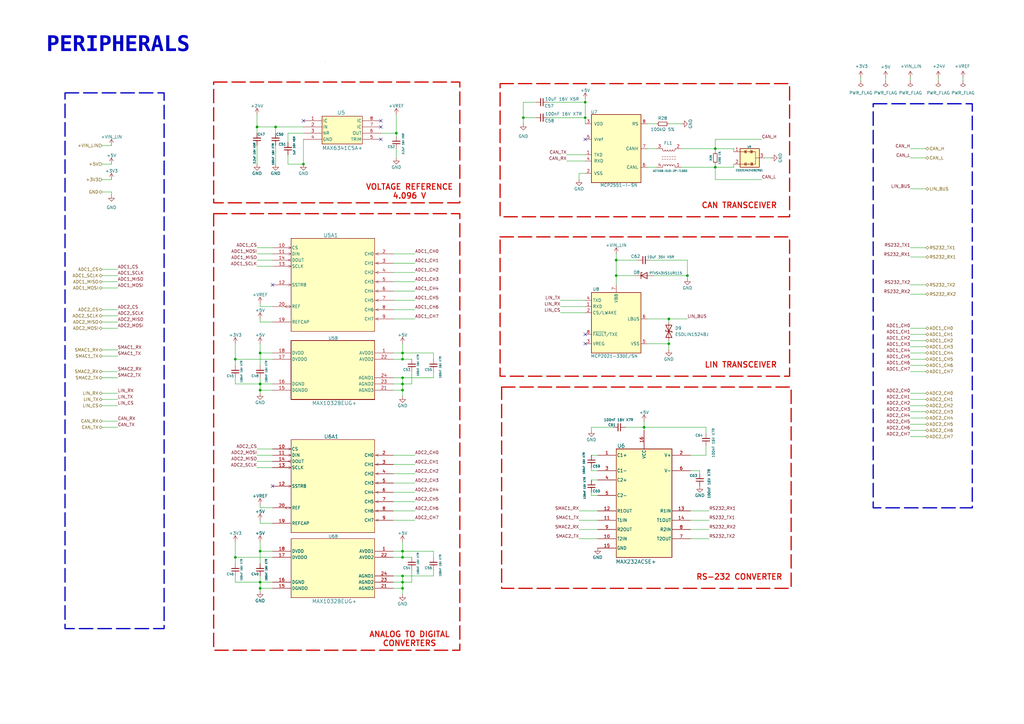
<source format=kicad_sch>
(kicad_sch (version 20250114) (generator "eeschema") (generator_version "9.0")
  (paper "A3")
  (title_block (title "KeyTestBox") (date "2023-10-15") (rev "V1.0") (comment 1 "Designer: Bruno Silva"))
  (lib_symbols
    (symbol "Device:C_Small" (pin_numbers (hide yes)) (pin_names (offset 0.254) (hide yes))
      (property "Reference" "C" (at 0.254 1.778 0))
      (property "Value" "C_Small" (at 0.254 -2.032 0))
      (symbol "C_Small_1_1"
        (pin passive line (at 0 2.54 270) (length 2.032) (name "~") (number "1"))
        (pin passive line (at 0 -2.54 90) (length 2.032) (name "~") (number "2"))
      )
    )
    (symbol "Device:L_Ferrite_Coupled" (pin_names (offset 0.254) (hide yes))
      (property "Reference" "FL1" (at -0.254 7.366 0))
      (property "Value" "ACT45B-510-2P-TL003" (at 0.508 -4.064 0))
      (symbol "L_Ferrite_Coupled_1_1"
        (pin passive line (at -5.08 5.08 0) (length 2.54) (name "3") (number "3"))
        (pin passive line (at -5.08 -2.54 0) (length 2.54) (name "4") (number "4"))
        (pin passive line (at 5.08 5.08 180) (length 2.54) (name "2") (number "2"))
        (pin passive line (at 5.08 -2.54 180) (length 2.54) (name "1") (number "1"))
      )
    )
    (symbol "Device:R_Small" (pin_numbers (hide yes)) (pin_names (offset 0.254) (hide yes))
      (property "Reference" "R" (at 0.762 0.508 0))
      (property "Value" "R_Small" (at 0.762 -1.016 0))
      (symbol "R_Small_1_1"
        (pin passive line (at 0 2.54 270) (length 0.762) (name "~") (number "1"))
        (pin passive line (at 0 -2.54 90) (length 0.762) (name "~") (number "2"))
      )
    )
    (symbol "Diode:PTVS5V0Z1USK" (pin_numbers (hide yes)) (pin_names (hide yes))
      (property "Reference" "D" (at 0 2.54 0))
      (property "Value" "PTVS5V0Z1USK" (at 0 -2.54 0))
      (symbol "PTVS5V0Z1USK_1_1"
        (pin passive line (at -3.81 0 0) (length 2.54) (name "K") (number "1"))
        (pin passive line (at 3.81 0 180) (length 2.54) (name "A") (number "2"))
      )
    )
    (symbol "Diode:SM15T6V8CA" (pin_numbers (hide yes)) (pin_names (offset 1.016) (hide yes))
      (property "Reference" "D" (at 0 2.54 0))
      (property "Value" "SM15T6V8CA" (at 0 -2.54 0))
      (symbol "SM15T6V8CA_1_1"
        (pin passive line (at -3.81 0 0) (length 2.54) (name "A1") (number "1"))
        (pin passive line (at 3.81 0 180) (length 2.54) (name "A2") (number "2"))
      )
    )
    (symbol "GND_1" (power) (pin_numbers (hide yes)) (pin_names (offset 0) (hide yes))
      (property "Value" "GND" (at 0 -3.81 0))
      (symbol "GND_1_1_1"
        (pin power_in line (at 0 0 270) (length 0) (name "~") (number "1"))
      )
    )
    (symbol "GND_2" (power) (pin_numbers (hide yes)) (pin_names (offset 0) (hide yes))
      (property "Value" "GND" (at 0 -3.81 0))
      (symbol "GND_2_1_1"
        (pin power_in line (at 0 0 270) (length 0) (name "~") (number "1"))
      )
    )
    (symbol "Interface_CAN_LIN:MCP2021A-xxxxSN"
      (property "Reference" "U9" (at -12.192 18.542 0))
      (property "Value" "MCP2021-330E/SN" (at -12.954 -8.89 0))
      (symbol "MCP2021A-xxxxSN_1_1"
        (pin input line (at -15.24 13.97 0) (length 2.54) (name "TXD") (number "4"))
        (pin output line (at -15.24 11.43 0) (length 2.54) (name "RXD") (number "1"))
        (pin input line (at -15.24 8.89 0) (length 2.54) (name "CS/LWAKE") (number "2"))
        (pin open_collector line (at -15.24 0 0) (length 2.54) (name "~{FAULT}/TXE") (number "8"))
        (pin power_out line (at -15.24 -3.81 0) (length 2.54) (name "VREG") (number "3"))
        (pin power_in line (at -2.54 20.32 270) (length 3.048) (name "VBB") (number "7"))
        (pin open_collector line (at 10.16 6.35 180) (length 2.54) (name "LBUS") (number "6"))
        (pin power_in line (at 10.16 -3.81 180) (length 2.54) (name "VSS") (number "5"))
      )
    )
    (symbol "Interface_CAN_LIN:MCP2551-I-SN" (pin_names (offset 1.016))
      (property "Reference" "U8" (at -10.414 21.336 0))
      (property "Value" "MCP2551-I-SN" (at -6.604 -8.636 0))
      (symbol "MCP2551-I-SN_1_1"
        (pin power_in line (at -12.7 16.51 0) (length 2.54) (name "VDD") (number "3"))
        (pin power_out line (at -12.7 10.16 0) (length 2.54) (name "Vref") (number "5"))
        (pin input line (at -12.7 3.81 0) (length 2.54) (name "TXD") (number "1"))
        (pin output line (at -12.7 1.27 0) (length 2.54) (name "RXD") (number "4"))
        (pin power_in line (at -12.7 -3.81 0) (length 2.54) (name "VSS") (number "2"))
        (pin input line (at 12.7 16.51 180) (length 2.54) (name "RS") (number "8"))
        (pin bidirectional line (at 12.7 6.35 180) (length 2.54) (name "CANH") (number "7"))
        (pin bidirectional line (at 12.7 -1.27 180) (length 2.54) (name "CANL") (number "6"))
      )
    )
    (symbol "MAX1032BEUG+:max1032beug+" (pin_names (offset 0.254))
      (property "Reference" "U6A" (at 34.29 8.89 0))
      (symbol "max1032beug+_0_1"
        (pin input line (at 10.16 1.27 0) (length 7.62) (name "DIN") (number "11"))
        (pin output line (at 10.16 -1.27 0) (length 7.62) (name "DOUT") (number "14"))
        (pin input line (at 10.16 -3.81 0) (length 7.62) (name "SCLK") (number "13"))
        (pin output line (at 10.16 -11.43 0) (length 7.62) (name "SSTRB") (number "12"))
        (pin bidirectional line (at 10.16 -20.32 0) (length 7.62) (name "REF") (number "20"))
        (pin unspecified line (at 10.16 -26.67 0) (length 7.62) (name "REFCAP") (number "19"))
        (pin power_in line (at 10.16 -38.1 0) (length 7.62) (name "DVDD") (number "18"))
        (pin power_in line (at 10.16 -40.64 0) (length 7.62) (name "DVDDO") (number "17"))
        (pin power_in line (at 10.16 -50.8 0) (length 7.62) (name "DGND") (number "16"))
        (pin power_in line (at 10.16 -53.34 0) (length 7.62) (name "DGNDO") (number "15"))
        (pin input line (at 59.69 1.27 180) (length 7.62) (name "CH0") (number "2"))
        (pin input line (at 59.69 -2.54 180) (length 7.62) (name "CH1") (number "3"))
        (pin input line (at 59.69 -6.35 180) (length 7.62) (name "CH2") (number "4"))
        (pin input line (at 59.69 -10.16 180) (length 7.62) (name "CH3") (number "5"))
        (pin input line (at 59.69 -13.97 180) (length 7.62) (name "CH4") (number "6"))
        (pin input line (at 59.69 -17.78 180) (length 7.62) (name "CH5") (number "7"))
        (pin input line (at 59.69 -21.59 180) (length 7.62) (name "CH6") (number "8"))
        (pin input line (at 59.69 -25.4 180) (length 7.62) (name "CH7") (number "9"))
        (pin power_in line (at 59.69 -38.1 180) (length 7.62) (name "AVDD1") (number "1"))
        (pin power_in line (at 59.69 -40.64 180) (length 7.62) (name "AVDD2") (number "22"))
        (pin power_in line (at 59.69 -48.26 180) (length 7.62) (name "AGND1") (number "24"))
        (pin power_in line (at 59.69 -50.8 180) (length 7.62) (name "AGND2") (number "23"))
        (pin power_in line (at 59.69 -53.34 180) (length 7.62) (name "AGND3") (number "21"))
      )
      (symbol "max1032beug+_1_1"
        (text "U6B" (at 35.052 -32.004 0) (effects (font (size 1.27 1.27))))
        (text "MAX1032BEUG+" (at 35.56 -58.674 0) (effects (font (size 1.524 1.524))))
        (pin input line (at 10.16 3.81 0) (length 7.62) (name "CS") (number "10"))
      )
    )
    (symbol "MAX232A:MAX232ACSE+" (pin_names (offset 0.254))
      (property "Reference" "U10" (at 9.652 6.35 0))
      (property "Value" "MAX232ACSE+" (at 15.748 -41.148 0))
      (symbol "MAX232ACSE+_0_1"
        (pin unspecified line (at 0 2.54 0) (length 7.62) (name "C1+") (number "1"))
        (pin unspecified line (at 0 -3.81 0) (length 7.62) (name "C1-") (number "3"))
        (pin unspecified line (at 0 -7.62 0) (length 7.62) (name "C2+") (number "4"))
        (pin unspecified line (at 0 -13.97 0) (length 7.62) (name "C2-") (number "5"))
        (pin output line (at 0 -20.32 0) (length 7.62) (name "R1OUT") (number "12"))
        (pin input line (at 0 -24.13 0) (length 7.62) (name "T1IN") (number "11"))
        (pin output line (at 0 -27.94 0) (length 7.62) (name "R2OUT") (number "9"))
        (pin input line (at 0 -31.75 0) (length 7.62) (name "T2IN") (number "10"))
        (pin power_in line (at 0 -35.56 0) (length 7.62) (name "GND") (number "15"))
        (pin power_in line (at 19.05 12.7 270) (length 7.62) (name "VCC") (number "16"))
        (pin input line (at 38.1 -20.32 180) (length 7.62) (name "R1IN") (number "13"))
        (pin output line (at 38.1 -24.13 180) (length 7.62) (name "T1OUT") (number "14"))
        (pin input line (at 38.1 -27.94 180) (length 7.62) (name "R2IN") (number "8"))
        (pin output line (at 38.1 -31.75 180) (length 7.62) (name "T2OUT") (number "7"))
      )
      (symbol "MAX232ACSE+_1_1"
        (pin passive line (at 38.1 2.54 180) (length 7.62) (name "V+") (number "2"))
        (pin passive line (at 38.1 -3.81 180) (length 7.62) (name "V-") (number "6"))
      )
    )
    (symbol "MAX6341CSA+:MAX6341CSA+" (pin_names (offset 0.254))
      (property "Reference" "U7" (at 15.494 3.302 0))
      (property "Value" "MAX6341CSA+" (at 16.002 -11.176 0))
      (symbol "MAX6341CSA+_0_1"
        (pin unspecified line (at 0 0 0) (length 7.62) (name "IC") (number "1"))
        (pin input line (at 0 -2.54 0) (length 7.62) (name "IN") (number "2"))
        (pin unspecified line (at 0 -5.08 0) (length 7.62) (name "NR") (number "3"))
        (pin power_in line (at 0 -7.62 0) (length 7.62) (name "GND") (number "4"))
        (pin unspecified line (at 31.75 0 180) (length 7.62) (name "IC") (number "8"))
        (pin unspecified line (at 31.75 -2.54 180) (length 7.62) (name "IC") (number "7"))
        (pin input line (at 31.75 -7.62 180) (length 7.62) (name "TRIM") (number "5"))
      )
      (symbol "MAX6341CSA+_1_1"
        (pin power_in line (at 31.75 -5.08 180) (length 7.62) (name "OUT") (number "6"))
      )
    )
    (symbol "Power_Protection:NUP2202"
      (property "Reference" "U5" (at 1.524 5.842 0))
      (property "Value" "NUP2202" (at 0 -4.318 0))
      (symbol "NUP2202_1_1"
        (pin passive line (at -7.62 3.81 0) (length 2.54) (name "") (number "1"))
        (pin passive line (at -7.62 -1.27 0) (length 2.54) (name "") (number "2"))
        (pin passive line (at 5.08 1.27 180) (length 2.54) (name "") (number "3"))
      )
    )
    (symbol "max1032beug+_1" (pin_names (offset 0.254))
      (property "Reference" "U5A" (at 23.876 7.62 0))
      (symbol "max1032beug+_1_0_1"
        (pin input line (at 0 0 0) (length 7.62) (name "DIN") (number "11"))
        (pin output line (at 0 -2.54 0) (length 7.62) (name "DOUT") (number "14"))
        (pin input line (at 0 -5.08 0) (length 7.62) (name "SCLK") (number "13"))
        (pin output line (at 0 -12.7 0) (length 7.62) (name "SSTRB") (number "12"))
        (pin bidirectional line (at 0 -21.59 0) (length 7.62) (name "REF") (number "20"))
        (pin unspecified line (at 0 -27.94 0) (length 7.62) (name "REFCAP") (number "19"))
        (pin power_in line (at 0 -40.64 0) (length 7.62) (name "DVDD") (number "18"))
        (pin power_in line (at 0 -43.18 0) (length 7.62) (name "DVDDO") (number "17"))
        (pin power_in line (at 0 -53.34 0) (length 7.62) (name "DGND") (number "16"))
        (pin power_in line (at 0 -55.88 0) (length 7.62) (name "DGNDO") (number "15"))
        (pin input line (at 49.53 0 180) (length 7.62) (name "CH0") (number "2"))
        (pin input line (at 49.53 -3.81 180) (length 7.62) (name "CH1") (number "3"))
        (pin input line (at 49.53 -7.62 180) (length 7.62) (name "CH2") (number "4"))
        (pin input line (at 49.53 -11.43 180) (length 7.62) (name "CH3") (number "5"))
        (pin input line (at 49.53 -15.24 180) (length 7.62) (name "CH4") (number "6"))
        (pin input line (at 49.53 -19.05 180) (length 7.62) (name "CH5") (number "7"))
        (pin input line (at 49.53 -22.86 180) (length 7.62) (name "CH6") (number "8"))
        (pin input line (at 49.53 -26.67 180) (length 7.62) (name "CH7") (number "9"))
        (pin power_in line (at 49.53 -40.64 180) (length 7.62) (name "AVDD1") (number "1"))
        (pin power_in line (at 49.53 -43.18 180) (length 7.62) (name "AVDD2") (number "22"))
        (pin power_in line (at 49.53 -50.8 180) (length 7.62) (name "AGND1") (number "24"))
        (pin power_in line (at 49.53 -53.34 180) (length 7.62) (name "AGND2") (number "23"))
        (pin power_in line (at 49.53 -55.88 180) (length 7.62) (name "AGND3") (number "21"))
      )
      (symbol "max1032beug+_1_1_1"
        (text "U5B" (at 24.892 -34.544 0) (effects (font (size 1.27 1.27))))
        (text "MAX1032BEUG+" (at 25.4 -61.214 0) (effects (font (size 1.524 1.524))))
        (pin input line (at 0 2.54 0) (length 7.62) (name "CS") (number "10"))
      )
    )
    (symbol "power:+24V" (power) (pin_names (offset 0))
      (property "Value" "+24V" (at 0 3.556 0))
      (symbol "+24V_1_1"
        (pin power_in line (at 0 0 90) (length 0) (hide yes) (name "+24V") (number "1"))
      )
    )
    (symbol "power:+3.3V" (power) (pin_names (offset 0))
      (property "Value" "+3.3V" (at 0 3.556 0))
      (symbol "+3.3V_1_1"
        (pin power_in line (at 0 0 90) (length 0) (hide yes) (name "+3.3V") (number "1"))
      )
    )
    (symbol "power:+3V3" (power) (pin_numbers (hide yes)) (pin_names (offset 0) (hide yes))
      (property "Value" "+3V3" (at 0 3.556 0))
      (symbol "+3V3_1_1"
        (pin power_in line (at 0 0 90) (length 0) (name "~") (number "1"))
      )
    )
    (symbol "power:+5V" (power) (pin_numbers (hide yes)) (pin_names (offset 0) (hide yes))
      (property "Value" "+5V" (at 0 3.556 0))
      (symbol "+5V_1_1"
        (pin power_in line (at 0 0 90) (length 0) (name "~") (number "1"))
      )
    )
    (symbol "power:GND" (power) (pin_names (offset 0))
      (property "Value" "GND" (at 0 -3.81 0))
      (symbol "GND_1_1"
        (pin power_in line (at 0 0 270) (length 0) (hide yes) (name "GND") (number "1"))
      )
    )
    (symbol "power:PWR_FLAG" (power) (pin_numbers (hide yes)) (pin_names (offset 0) (hide yes))
      (property "Value" "PWR_FLAG" (at 0 3.81 0))
      (symbol "PWR_FLAG_0_0"
        (pin power_out line (at 0 0 90) (length 0) (name "~") (number "1"))
      )
    )
  )
  (rectangle (start 205.105 97.155) (end 323.85 154.305) (stroke (width 0.5) (type dash) (color 209 7 0 1)))
  (rectangle (start 205.74 158.75) (end 324.485 241.3) (stroke (width 0.5) (type dash) (color 209 7 0 1)))
  (rectangle (start 26.67 38.1) (end 67.31 257.81) (stroke (width 0.508) (type dash)))
  (rectangle (start 358.14 42.545) (end 398.78 208.28) (stroke (width 0.508) (type dash)))
  (rectangle (start 205.105 34.29) (end 323.85 88.9) (stroke (width 0.5) (type dash) (color 209 7 0 1)))
  (rectangle (start 87.63 33.655) (end 188.595 83.185) (stroke (width 0.5) (type dash) (color 209 7 0 1)))
  (rectangle (start 87.63 87.63) (end 188.595 266.7) (stroke (width 0.5) (type dash) (color 209 7 0 1)))
  (text "PERIPHERALS" (at 19.05 23.876 0) (effects (font (size 6.35 6.35) (thickness 0.6) (bold yes)) (justify left bottom)))
  (text_box "VOLTAGE REFERENCE\n4.096 V" (at 147.32 73.66 0) (size 41.275 9.525) (margins 0.9 0.9 0.9 0.9) (stroke (width -0.0001)) (effects (font (size 2.286 2.286) (thickness 0.4) (bold yes))))
  (text_box "ANALOG TO DIGITAL CONVERTERS" (at 147.32 257.175 0) (size 41.275 9.525) (margins 0.9 0.9 0.9 0.9) (stroke (width -0.0001)) (effects (font (size 2.286 2.286) (thickness 0.4) (bold yes))))
  (text_box "LIN TRANSCEIVER" (at 283.21 144.78 0) (size 41.275 9.525) (margins 0.9 0.9 0.9 0.9) (stroke (width -0.0001)) (effects (font (size 2.286 2.286) (thickness 0.4) (bold yes))))
  (text_box "RS-232 CONVERTER" (at 282.575 231.775 0) (size 41.275 9.525) (margins 0.9 0.9 0.9 0.9) (stroke (width -0.0001)) (effects (font (size 2.286 2.286) (thickness 0.4) (bold yes))))
  (text_box "CAN TRANSCEIVER" (at 282.575 79.375 0) (size 41.275 9.525) (margins 0.9 0.9 0.9 0.9) (stroke (width -0.0001)) (effects (font (size 2.286 2.286) (thickness 0.4) (bold yes))))
  (junction (at 124.46 67.31))
  (junction (at 165.1 144.78))
  (junction (at 293.37 68.58))
  (junction (at 106.68 226.06))
  (junction (at 106.68 144.78))
  (junction (at 165.1 154.94))
  (junction (at 274.32 130.81))
  (junction (at 264.16 175.26))
  (junction (at 96.52 228.6))
  (junction (at 165.1 241.3))
  (junction (at 165.1 228.6))
  (junction (at 281.94 113.03))
  (junction (at 96.52 147.32))
  (junction (at 113.03 52.07))
  (junction (at 214.63 48.26))
  (junction (at 105.41 52.07))
  (junction (at 240.03 41.91))
  (junction (at 165.1 226.06))
  (junction (at 165.1 147.32))
  (junction (at 252.73 106.68))
  (junction (at 252.73 113.03))
  (junction (at 162.56 54.61))
  (junction (at 106.68 238.76))
  (junction (at 106.68 241.3))
  (junction (at 106.68 160.02))
  (junction (at 106.68 157.48))
  (junction (at 293.37 60.96))
  (junction (at 165.1 238.76))
  (junction (at 165.1 160.02))
  (junction (at 274.32 140.97))
  (junction (at 165.1 157.48))
  (junction (at 165.1 236.22))
  (junction (at 240.03 48.26))
  (no_connect (at 111.76 199.39))
  (no_connect (at 240.03 137.16))
  (no_connect (at 156.21 52.07))
  (no_connect (at 124.46 49.53))
  (no_connect (at 240.03 57.15))
  (no_connect (at 156.21 57.15))
  (no_connect (at 240.03 140.97))
  (no_connect (at 111.76 116.84))
  (no_connect (at 156.21 49.53))
  (wire (pts (xy 161.29 147.32) (xy 165.1 147.32)))
  (wire (pts (xy 48.26 152.4) (xy 41.91 152.4)))
  (wire (pts (xy 106.68 213.36) (xy 106.68 214.63)))
  (wire (pts (xy 48.26 163.83) (xy 41.91 163.83)))
  (wire (pts (xy 289.56 186.69) (xy 283.21 186.69)))
  (wire (pts (xy 214.63 48.26) (xy 214.63 50.8)))
  (wire (pts (xy 281.94 114.3) (xy 281.94 113.03)))
  (wire (pts (xy 224.79 48.26) (xy 240.03 48.26)))
  (wire (pts (xy 373.38 163.83) (xy 379.73 163.83)))
  (wire (pts (xy 252.73 106.68) (xy 252.73 104.14)))
  (wire (pts (xy 177.8 154.94) (xy 177.8 152.4)))
  (wire (pts (xy 274.32 140.97) (xy 265.43 140.97)))
  (wire (pts (xy 105.41 52.07) (xy 113.03 52.07)))
  (wire (pts (xy 373.38 171.45) (xy 379.73 171.45)))
  (wire (pts (xy 229.87 128.27) (xy 240.03 128.27)))
  (wire (pts (xy 48.26 166.37) (xy 41.91 166.37)))
  (wire (pts (xy 170.18 127) (xy 161.29 127)))
  (wire (pts (xy 279.4 60.96) (xy 293.37 60.96)))
  (wire (pts (xy 373.38 134.62) (xy 379.73 134.62)))
  (wire (pts (xy 165.1 160.02) (xy 165.1 157.48)))
  (wire (pts (xy 113.03 52.07) (xy 124.46 52.07)))
  (wire (pts (xy 373.38 161.29) (xy 379.73 161.29)))
  (wire (pts (xy 170.18 115.57) (xy 161.29 115.57)))
  (wire (pts (xy 106.68 241.3) (xy 111.76 241.3)))
  (wire (pts (xy 170.18 119.38) (xy 161.29 119.38)))
  (wire (pts (xy 106.68 208.28) (xy 111.76 208.28)))
  (wire (pts (xy 168.91 233.68) (xy 168.91 238.76)))
  (wire (pts (xy 170.18 104.14) (xy 161.29 104.14)))
  (wire (pts (xy 48.26 110.49) (xy 41.91 110.49)))
  (wire (pts (xy 106.68 154.94) (xy 106.68 157.48)))
  (wire (pts (xy 300.99 67.31) (xy 300.99 68.58)))
  (wire (pts (xy 105.41 189.23) (xy 111.76 189.23)))
  (wire (pts (xy 170.18 123.19) (xy 161.29 123.19)))
  (wire (pts (xy 170.18 107.95) (xy 161.29 107.95)))
  (wire (pts (xy 373.38 64.77) (xy 379.73 64.77)))
  (wire (pts (xy 106.68 207.01) (xy 106.68 208.28)))
  (wire (pts (xy 384.81 33.02) (xy 384.81 31.75)))
  (wire (pts (xy 96.52 228.6) (xy 111.76 228.6)))
  (wire (pts (xy 242.57 201.93) (xy 242.57 203.2)))
  (wire (pts (xy 41.91 73.66) (xy 45.72 73.66)))
  (wire (pts (xy 373.38 166.37) (xy 379.73 166.37)))
  (wire (pts (xy 373.38 116.84) (xy 379.73 116.84)))
  (wire (pts (xy 265.43 130.81) (xy 274.32 130.81)))
  (wire (pts (xy 232.41 66.04) (xy 240.03 66.04)))
  (wire (pts (xy 274.32 139.7) (xy 274.32 140.97)))
  (wire (pts (xy 274.32 50.8) (xy 279.4 50.8)))
  (wire (pts (xy 168.91 238.76) (xy 165.1 238.76)))
  (wire (pts (xy 281.94 113.03) (xy 281.94 106.68)))
  (wire (pts (xy 373.38 147.32) (xy 379.73 147.32)))
  (wire (pts (xy 373.38 60.96) (xy 379.73 60.96)))
  (wire (pts (xy 170.18 190.5) (xy 161.29 190.5)))
  (wire (pts (xy 293.37 57.15) (xy 293.37 60.96)))
  (wire (pts (xy 300.99 68.58) (xy 293.37 68.58)))
  (wire (pts (xy 394.97 33.02) (xy 394.97 31.75)))
  (wire (pts (xy 106.68 236.22) (xy 106.68 238.76)))
  (wire (pts (xy 106.68 226.06) (xy 111.76 226.06)))
  (wire (pts (xy 168.91 157.48) (xy 165.1 157.48)))
  (wire (pts (xy 170.18 209.55) (xy 161.29 209.55)))
  (wire (pts (xy 106.68 214.63) (xy 111.76 214.63)))
  (wire (pts (xy 118.11 63.5) (xy 118.11 67.31)))
  (wire (pts (xy 214.63 41.91) (xy 214.63 48.26)))
  (wire (pts (xy 106.68 160.02) (xy 111.76 160.02)))
  (wire (pts (xy 242.57 203.2) (xy 245.11 203.2)))
  (wire (pts (xy 105.41 191.77) (xy 111.76 191.77)))
  (wire (pts (xy 106.68 242.57) (xy 106.68 241.3)))
  (wire (pts (xy 237.49 220.98) (xy 245.11 220.98)))
  (wire (pts (xy 242.57 196.85) (xy 245.11 196.85)))
  (wire (pts (xy 170.18 205.74) (xy 161.29 205.74)))
  (wire (pts (xy 113.03 59.69) (xy 113.03 67.31)))
  (wire (pts (xy 240.03 40.64) (xy 240.03 41.91)))
  (wire (pts (xy 168.91 152.4) (xy 168.91 157.48)))
  (wire (pts (xy 373.38 77.47) (xy 379.73 77.47)))
  (wire (pts (xy 165.1 140.97) (xy 165.1 144.78)))
  (wire (pts (xy 105.41 106.68) (xy 111.76 106.68)))
  (wire (pts (xy 170.18 213.36) (xy 161.29 213.36)))
  (wire (pts (xy 106.68 125.73) (xy 111.76 125.73)))
  (wire (pts (xy 177.8 236.22) (xy 177.8 233.68)))
  (wire (pts (xy 264.16 172.72) (xy 264.16 175.26)))
  (wire (pts (xy 289.56 182.88) (xy 289.56 186.69)))
  (wire (pts (xy 41.91 78.74) (xy 45.72 78.74)))
  (wire (pts (xy 48.26 134.62) (xy 41.91 134.62)))
  (wire (pts (xy 373.38 120.65) (xy 379.73 120.65)))
  (wire (pts (xy 48.26 175.26) (xy 41.91 175.26)))
  (wire (pts (xy 48.26 143.51) (xy 41.91 143.51)))
  (wire (pts (xy 219.71 41.91) (xy 214.63 41.91)))
  (wire (pts (xy 177.8 147.32) (xy 177.8 144.78)))
  (wire (pts (xy 289.56 177.8) (xy 289.56 175.26)))
  (wire (pts (xy 170.18 186.69) (xy 161.29 186.69)))
  (wire (pts (xy 48.26 113.03) (xy 41.91 113.03)))
  (wire (pts (xy 165.1 162.56) (xy 165.1 160.02)))
  (wire (pts (xy 161.29 236.22) (xy 165.1 236.22)))
  (wire (pts (xy 290.83 209.55) (xy 283.21 209.55)))
  (wire (pts (xy 161.29 228.6) (xy 165.1 228.6)))
  (wire (pts (xy 274.32 130.81) (xy 274.32 132.08)))
  (wire (pts (xy 106.68 157.48) (xy 106.68 160.02)))
  (wire (pts (xy 105.41 109.22) (xy 111.76 109.22)))
  (wire (pts (xy 232.41 63.5) (xy 240.03 63.5)))
  (wire (pts (xy 96.52 140.97) (xy 96.52 147.32)))
  (wire (pts (xy 106.68 140.97) (xy 106.68 144.78)))
  (wire (pts (xy 373.38 144.78) (xy 379.73 144.78)))
  (wire (pts (xy 165.1 144.78) (xy 161.29 144.78)))
  (wire (pts (xy 113.03 52.07) (xy 113.03 54.61)))
  (wire (pts (xy 373.38 152.4) (xy 379.73 152.4)))
  (wire (pts (xy 242.57 191.77) (xy 242.57 193.04)))
  (wire (pts (xy 290.83 220.98) (xy 283.21 220.98)))
  (wire (pts (xy 105.41 54.61) (xy 105.41 52.07)))
  (wire (pts (xy 96.52 238.76) (xy 106.68 238.76)))
  (wire (pts (xy 45.72 80.01) (xy 45.72 78.74)))
  (wire (pts (xy 96.52 147.32) (xy 111.76 147.32)))
  (wire (pts (xy 242.57 186.69) (xy 245.11 186.69)))
  (wire (pts (xy 256.54 175.26) (xy 264.16 175.26)))
  (wire (pts (xy 124.46 57.15) (xy 124.46 67.31)))
  (wire (pts (xy 48.26 118.11) (xy 41.91 118.11)))
  (wire (pts (xy 165.1 226.06) (xy 161.29 226.06)))
  (wire (pts (xy 281.94 106.68) (xy 266.7 106.68)))
  (wire (pts (xy 48.26 161.29) (xy 41.91 161.29)))
  (wire (pts (xy 106.68 222.25) (xy 106.68 226.06)))
  (wire (pts (xy 165.1 236.22) (xy 177.8 236.22)))
  (wire (pts (xy 290.83 217.17) (xy 283.21 217.17)))
  (wire (pts (xy 48.26 172.72) (xy 41.91 172.72)))
  (wire (pts (xy 289.56 175.26) (xy 264.16 175.26)))
  (wire (pts (xy 96.52 222.25) (xy 96.52 228.6)))
  (wire (pts (xy 274.32 143.51) (xy 274.32 140.97)))
  (wire (pts (xy 237.49 217.17) (xy 245.11 217.17)))
  (wire (pts (xy 287.02 193.04) (xy 287.02 194.31)))
  (wire (pts (xy 96.52 154.94) (xy 96.52 157.48)))
  (wire (pts (xy 168.91 228.6) (xy 165.1 228.6)))
  (wire (pts (xy 106.68 231.14) (xy 106.68 226.06)))
  (wire (pts (xy 161.29 160.02) (xy 165.1 160.02)))
  (wire (pts (xy 161.29 241.3) (xy 165.1 241.3)))
  (wire (pts (xy 293.37 67.31) (xy 293.37 68.58)))
  (wire (pts (xy 48.26 129.54) (xy 41.91 129.54)))
  (wire (pts (xy 252.73 113.03) (xy 252.73 106.68)))
  (wire (pts (xy 373.38 105.41) (xy 379.73 105.41)))
  (wire (pts (xy 373.38 139.7) (xy 379.73 139.7)))
  (wire (pts (xy 96.52 231.14) (xy 96.52 228.6)))
  (wire (pts (xy 373.38 149.86) (xy 379.73 149.86)))
  (wire (pts (xy 161.29 157.48) (xy 165.1 157.48)))
  (wire (pts (xy 106.68 144.78) (xy 111.76 144.78)))
  (wire (pts (xy 293.37 60.96) (xy 300.99 60.96)))
  (wire (pts (xy 290.83 213.36) (xy 283.21 213.36)))
  (wire (pts (xy 283.21 193.04) (xy 287.02 193.04)))
  (wire (pts (xy 363.22 31.75) (xy 363.22 33.02)))
  (wire (pts (xy 316.23 64.77) (xy 313.69 64.77)))
  (wire (pts (xy 96.52 157.48) (xy 106.68 157.48)))
  (wire (pts (xy 161.29 154.94) (xy 165.1 154.94)))
  (wire (pts (xy 48.26 132.08) (xy 41.91 132.08)))
  (wire (pts (xy 312.42 57.15) (xy 293.37 57.15)))
  (wire (pts (xy 177.8 226.06) (xy 165.1 226.06)))
  (wire (pts (xy 106.68 132.08) (xy 111.76 132.08)))
  (wire (pts (xy 168.91 147.32) (xy 165.1 147.32)))
  (wire (pts (xy 111.76 157.48) (xy 106.68 157.48)))
  (wire (pts (xy 96.52 236.22) (xy 96.52 238.76)))
  (wire (pts (xy 165.1 243.84) (xy 165.1 241.3)))
  (wire (pts (xy 45.72 59.69) (xy 41.91 59.69)))
  (wire (pts (xy 264.16 175.26) (xy 264.16 176.53)))
  (wire (pts (xy 373.38 173.99) (xy 379.73 173.99)))
  (wire (pts (xy 265.43 50.8) (xy 269.24 50.8)))
  (wire (pts (xy 224.79 41.91) (xy 240.03 41.91)))
  (wire (pts (xy 242.57 193.04) (xy 245.11 193.04)))
  (wire (pts (xy 293.37 73.66) (xy 293.37 68.58)))
  (wire (pts (xy 373.38 137.16) (xy 379.73 137.16)))
  (wire (pts (xy 106.68 238.76) (xy 106.68 241.3)))
  (wire (pts (xy 240.03 41.91) (xy 240.03 48.26)))
  (wire (pts (xy 177.8 144.78) (xy 165.1 144.78)))
  (wire (pts (xy 170.18 130.81) (xy 161.29 130.81)))
  (wire (pts (xy 373.38 176.53) (xy 379.73 176.53)))
  (wire (pts (xy 252.73 113.03) (xy 260.35 113.03)))
  (wire (pts (xy 105.41 184.15) (xy 111.76 184.15)))
  (wire (pts (xy 106.68 149.86) (xy 106.68 144.78)))
  (wire (pts (xy 118.11 54.61) (xy 124.46 54.61)))
  (wire (pts (xy 118.11 67.31) (xy 124.46 67.31)))
  (wire (pts (xy 162.56 54.61) (xy 156.21 54.61)))
  (wire (pts (xy 165.1 154.94) (xy 177.8 154.94)))
  (wire (pts (xy 265.43 68.58) (xy 269.24 68.58)))
  (wire (pts (xy 162.56 46.99) (xy 162.56 54.61)))
  (wire (pts (xy 165.1 236.22) (xy 165.1 238.76)))
  (wire (pts (xy 162.56 55.88) (xy 162.56 54.61)))
  (wire (pts (xy 353.06 31.75) (xy 353.06 33.02)))
  (wire (pts (xy 237.49 73.66) (xy 237.49 71.12)))
  (wire (pts (xy 45.72 67.31) (xy 41.91 67.31)))
  (wire (pts (xy 165.1 154.94) (xy 165.1 157.48)))
  (wire (pts (xy 265.43 60.96) (xy 269.24 60.96)))
  (wire (pts (xy 177.8 228.6) (xy 177.8 226.06)))
  (wire (pts (xy 312.42 73.66) (xy 293.37 73.66)))
  (wire (pts (xy 242.57 176.53) (xy 242.57 175.26)))
  (wire (pts (xy 161.29 238.76) (xy 165.1 238.76)))
  (wire (pts (xy 105.41 186.69) (xy 111.76 186.69)))
  (wire (pts (xy 373.38 101.6) (xy 379.73 101.6)))
  (wire (pts (xy 242.57 175.26) (xy 251.46 175.26)))
  (wire (pts (xy 170.18 201.93) (xy 161.29 201.93)))
  (wire (pts (xy 96.52 149.86) (xy 96.52 147.32)))
  (wire (pts (xy 229.87 123.19) (xy 240.03 123.19)))
  (wire (pts (xy 111.76 238.76) (xy 106.68 238.76)))
  (wire (pts (xy 48.26 115.57) (xy 41.91 115.57)))
  (wire (pts (xy 48.26 146.05) (xy 41.91 146.05)))
  (wire (pts (xy 165.1 241.3) (xy 165.1 238.76)))
  (wire (pts (xy 170.18 194.31) (xy 161.29 194.31)))
  (wire (pts (xy 170.18 198.12) (xy 161.29 198.12)))
  (wire (pts (xy 300.99 60.96) (xy 300.99 62.23)))
  (wire (pts (xy 106.68 124.46) (xy 106.68 125.73)))
  (wire (pts (xy 373.38 168.91) (xy 379.73 168.91)))
  (wire (pts (xy 170.18 111.76) (xy 161.29 111.76)))
  (wire (pts (xy 48.26 154.94) (xy 41.91 154.94)))
  (wire (pts (xy 162.56 60.96) (xy 162.56 64.77)))
  (wire (pts (xy 165.1 222.25) (xy 165.1 226.06)))
  (wire (pts (xy 105.41 104.14) (xy 111.76 104.14)))
  (wire (pts (xy 165.1 228.6) (xy 165.1 226.06)))
  (wire (pts (xy 267.97 113.03) (xy 281.94 113.03)))
  (wire (pts (xy 237.49 209.55) (xy 245.11 209.55)))
  (wire (pts (xy 106.68 161.29) (xy 106.68 160.02)))
  (wire (pts (xy 373.38 33.02) (xy 373.38 31.75)))
  (wire (pts (xy 105.41 46.99) (xy 105.41 52.07)))
  (wire (pts (xy 229.87 125.73) (xy 240.03 125.73)))
  (wire (pts (xy 240.03 48.26) (xy 240.03 50.8)))
  (wire (pts (xy 105.41 59.69) (xy 105.41 67.31)))
  (wire (pts (xy 165.1 147.32) (xy 165.1 144.78)))
  (wire (pts (xy 48.26 127) (xy 41.91 127)))
  (wire (pts (xy 279.4 68.58) (xy 293.37 68.58)))
  (wire (pts (xy 293.37 60.96) (xy 293.37 62.23)))
  (wire (pts (xy 106.68 130.81) (xy 106.68 132.08)))
  (wire (pts (xy 252.73 113.03) (xy 252.73 116.84)))
  (wire (pts (xy 373.38 142.24) (xy 379.73 142.24)))
  (wire (pts (xy 373.38 179.07) (xy 379.73 179.07)))
  (wire (pts (xy 252.73 106.68) (xy 261.62 106.68)))
  (wire (pts (xy 237.49 213.36) (xy 245.11 213.36)))
  (wire (pts (xy 105.41 101.6) (xy 111.76 101.6)))
  (wire (pts (xy 118.11 58.42) (xy 118.11 54.61)))
  (wire (pts (xy 274.32 130.81) (xy 281.94 130.81)))
  (wire (pts (xy 219.71 48.26) (xy 214.63 48.26)))
  (wire (pts (xy 237.49 71.12) (xy 240.03 71.12)))
  (label "ADC2_CH5" (at 170.18 205.74 0))
  (label "ADC2_CH5" (at 373.38 173.99 180))
  (label "ADC1_CS" (at 48.26 110.49 0))
  (label "LIN_BUS" (at 373.38 77.47 180))
  (label "ADC2_CS" (at 105.41 184.15 180))
  (label "RS232_RX1" (at 373.38 105.41 180))
  (label "SMAC2_TX" (at 237.49 220.98 180))
  (label "ADC2_MOSI" (at 105.41 186.69 180))
  (label "SMAC2_TX" (at 48.26 154.94 0))
  (label "RS232_TX1" (at 373.38 101.6 180))
  (label "ADC1_CH4" (at 170.18 119.38 0))
  (label "ADC1_CH7" (at 170.18 130.81 0))
  (label "SMAC1_RX" (at 48.26 143.51 0))
  (label "LIN_RX" (at 48.26 161.29 0))
  (label "RS232_TX2" (at 290.83 220.98 0))
  (label "CAN_L" (at 373.38 64.77 180))
  (label "ADC2_CH1" (at 170.18 190.5 0))
  (label "ADC1_CH1" (at 170.18 107.95 0))
  (label "ADC2_CH6" (at 373.38 176.53 180))
  (label "ADC1_MOSI" (at 105.41 104.14 180))
  (label "ADC2_CH0" (at 373.38 161.29 180))
  (label "ADC1_MISO" (at 105.41 106.68 180))
  (label "ADC1_CS" (at 105.41 101.6 180))
  (label "RS232_RX2" (at 290.83 217.17 0))
  (label "ADC1_CH3" (at 373.38 142.24 180))
  (label "ADC1_CH0" (at 170.18 104.14 0))
  (label "ADC1_CH3" (at 170.18 115.57 0))
  (label "ADC1_CH4" (at 373.38 144.78 180))
  (label "LIN_CS" (at 48.26 166.37 0))
  (label "ADC2_CH1" (at 373.38 163.83 180))
  (label "SMAC2_RX" (at 48.26 152.4 0))
  (label "ADC1_CH6" (at 373.38 149.86 180))
  (label "CAN_TX" (at 48.26 175.26 0))
  (label "ADC2_CH0" (at 170.18 186.69 0))
  (label "RS232_RX1" (at 290.83 209.55 0))
  (label "CAN_RX" (at 48.26 172.72 0))
  (label "SMAC1_TX" (at 237.49 213.36 180))
  (label "CAN_TX" (at 232.41 63.5 180))
  (label "ADC2_CH2" (at 170.18 194.31 0))
  (label "ADC2_CH4" (at 170.18 201.93 0))
  (label "SMAC2_RX" (at 237.49 217.17 180))
  (label "ADC2_MISO" (at 105.41 189.23 180))
  (label "SMAC1_RX" (at 237.49 209.55 180))
  (label "CAN_RX" (at 232.41 66.04 180))
  (label "ADC2_CH3" (at 170.18 198.12 0))
  (label "ADC2_SCLK" (at 105.41 191.77 180))
  (label "RS232_TX2" (at 373.38 116.84 180))
  (label "ADC2_CH7" (at 373.38 179.07 180))
  (label "ADC2_CH3" (at 373.38 168.91 180))
  (label "LIN_BUS" (at 281.94 130.81 0))
  (label "ADC2_CH7" (at 170.18 213.36 0))
  (label "SMAC1_TX" (at 48.26 146.05 0))
  (label "ADC2_CS" (at 48.26 127 0))
  (label "ADC1_MISO" (at 48.26 115.57 0))
  (label "ADC1_CH1" (at 373.38 137.16 180))
  (label "ADC2_CH6" (at 170.18 209.55 0))
  (label "LIN_TX" (at 229.87 123.19 180))
  (label "ADC2_CH4" (at 373.38 171.45 180))
  (label "ADC1_CH5" (at 170.18 123.19 0))
  (label "CAN_L" (at 312.42 73.66 0))
  (label "ADC2_MOSI" (at 48.26 134.62 0))
  (label "ADC2_MISO" (at 48.26 132.08 0))
  (label "CAN_H" (at 312.42 57.15 0))
  (label "ADC1_CH2" (at 170.18 111.76 0))
  (label "ADC1_CH7" (at 373.38 152.4 180))
  (label "ADC1_CH5" (at 373.38 147.32 180))
  (label "ADC2_CH2" (at 373.38 166.37 180))
  (label "ADC1_MOSI" (at 48.26 118.11 0))
  (label "LIN_RX" (at 229.87 125.73 180))
  (label "CAN_H" (at 373.38 60.96 180))
  (label "ADC1_CH6" (at 170.18 127 0))
  (label "ADC2_SCLK" (at 48.26 129.54 0))
  (label "RS232_RX2" (at 373.38 120.65 180))
  (label "ADC1_CH0" (at 373.38 134.62 180))
  (label "ADC1_CH2" (at 373.38 139.7 180))
  (label "RS232_TX1" (at 290.83 213.36 0))
  (label "ADC1_SCLK" (at 105.41 109.22 180))
  (label "LIN_CS" (at 229.87 128.27 180))
  (label "ADC1_SCLK" (at 48.26 113.03 0))
  (label "LIN_TX" (at 48.26 163.83 0))
  (hierarchical_label "+5V" (shape input) (at 41.91 67.31 180))
  (hierarchical_label "ADC2_SCLK" (shape bidirectional) (at 41.91 129.54 180))
  (hierarchical_label "SMAC2_TX" (shape bidirectional) (at 41.91 154.94 180))
  (hierarchical_label "ADC2_CH2" (shape bidirectional) (at 379.73 166.37 0))
  (hierarchical_label "ADC2_CH1" (shape bidirectional) (at 379.73 163.83 0))
  (hierarchical_label "ADC1_CH5" (shape bidirectional) (at 379.73 147.32 0))
  (hierarchical_label "RS232_RX2" (shape bidirectional) (at 379.73 120.65 0))
  (hierarchical_label "ADC1_CH1" (shape bidirectional) (at 379.73 137.16 0))
  (hierarchical_label "ADC1_MISO" (shape bidirectional) (at 41.91 115.57 180))
  (hierarchical_label "CAN_H" (shape bidirectional) (at 379.73 60.96 0))
  (hierarchical_label "RS232_TX1" (shape bidirectional) (at 379.73 101.6 0))
  (hierarchical_label "ADC2_CH6" (shape bidirectional) (at 379.73 176.53 0))
  (hierarchical_label "CAN_TX" (shape bidirectional) (at 41.91 175.26 180))
  (hierarchical_label "ADC1_CH3" (shape bidirectional) (at 379.73 142.24 0))
  (hierarchical_label "CAN_L" (shape bidirectional) (at 379.73 64.77 0))
  (hierarchical_label "ADC2_CH3" (shape bidirectional) (at 379.73 168.91 0))
  (hierarchical_label "LIN_RX" (shape bidirectional) (at 41.91 161.29 180))
  (hierarchical_label "RS232_RX1" (shape bidirectional) (at 379.73 105.41 0))
  (hierarchical_label "+VIN_LIN" (shape input) (at 41.91 59.69 180))
  (hierarchical_label "GND" (shape bidirectional) (at 41.91 78.74 180))
  (hierarchical_label "LIN_BUS" (shape bidirectional) (at 379.73 77.47 0))
  (hierarchical_label "ADC1_CH4" (shape bidirectional) (at 379.73 144.78 0))
  (hierarchical_label "RS232_TX2" (shape bidirectional) (at 379.73 116.84 0))
  (hierarchical_label "ADC2_CS" (shape bidirectional) (at 41.91 127 180))
  (hierarchical_label "ADC2_MOSI" (shape bidirectional) (at 41.91 134.62 180))
  (hierarchical_label "ADC1_CH7" (shape bidirectional) (at 379.73 152.4 0))
  (hierarchical_label "ADC1_MOSI" (shape bidirectional) (at 41.91 118.11 180))
  (hierarchical_label "LIN_CS" (shape bidirectional) (at 41.91 166.37 180))
  (hierarchical_label "ADC2_CH7" (shape bidirectional) (at 379.73 179.07 0))
  (hierarchical_label "SMAC1_TX" (shape bidirectional) (at 41.91 146.05 180))
  (hierarchical_label "LIN_TX" (shape bidirectional) (at 41.91 163.83 180))
  (hierarchical_label "ADC2_MISO" (shape bidirectional) (at 41.91 132.08 180))
  (hierarchical_label "ADC1_CS" (shape bidirectional) (at 41.91 110.49 180))
  (hierarchical_label "ADC2_CH0" (shape bidirectional) (at 379.73 161.29 0))
  (hierarchical_label "ADC1_CH2" (shape bidirectional) (at 379.73 139.7 0))
  (hierarchical_label "ADC1_CH0" (shape bidirectional) (at 379.73 134.62 0))
  (hierarchical_label "SMAC1_RX" (shape bidirectional) (at 41.91 143.51 180))
  (hierarchical_label "SMAC2_RX" (shape bidirectional) (at 41.91 152.4 180))
  (hierarchical_label "ADC1_SCLK" (shape bidirectional) (at 41.91 113.03 180))
  (hierarchical_label "ADC2_CH5" (shape bidirectional) (at 379.73 173.99 0))
  (hierarchical_label "+3V3" (shape input) (at 41.91 73.66 180))
  (hierarchical_label "ADC2_CH4" (shape bidirectional) (at 379.73 171.45 0))
  (hierarchical_label "ADC1_CH6" (shape bidirectional) (at 379.73 149.86 0))
  (hierarchical_label "CAN_RX" (shape bidirectional) (at 41.91 172.72 180))
  (symbol (lib_id "power:+3.3V") (at 384.81 31.75 0) (unit 1)
    (property "Reference" "#PWR0128" (effects (hide yes)))
    (property "Value" "+24V" (at 385.064 27.178 0))
  )
  (symbol (lib_id "power:GND") (at 165.1 243.84 0) (unit 1)
    (property "Reference" "#PWR0112" (effects (hide yes)))
    (property "Value" "GND" (at 165.1 247.65 0))
  )
  (symbol (lib_id "power:PWR_FLAG") (at 373.38 33.02 180) (unit 1)
    (property "Reference" "#FLG06" (effects (hide yes)))
    (property "Value" "PWR_FLAG" (at 373.38 38.1 0))
    (property "Description" "Special symbol for telling ERC where power comes from" (effects (hide yes)))
  )
  (symbol (lib_id "power:+24V") (at 106.68 124.46 0) (unit 1)
    (property "Reference" "#PWR097" (effects (hide yes)))
    (property "Value" "+VREF" (at 106.68 120.904 0))
  )
  (symbol (lib_id "Device:C_Small") (at 105.41 57.15 180) (unit 1)
    (property "Reference" "C47" (at 108.712 55.118 0) (effects (font (size 1.016 1.016)) (justify left)))
    (property "Value" "2.2uF 16V X5R" (at 104.394 58.42 90) (effects (font (size 0.762 0.762)) (justify left)))
  )
  (symbol (lib_id "power:+24V") (at 106.68 140.97 0) (unit 1)
    (property "Reference" "#PWR099" (effects (hide yes)))
    (property "Value" "+5V" (at 106.68 137.414 0))
  )
  (symbol (lib_id "power:+24V") (at 165.1 140.97 0) (unit 1)
    (property "Reference" "#PWR0109" (effects (hide yes)))
    (property "Value" "+5V" (at 165.1 137.414 0))
  )
  (symbol (lib_id "power:GND") (at 242.57 176.53 0) (unit 1)
    (property "Reference" "#PWR0116" (effects (hide yes)))
    (property "Value" "GND" (at 242.57 180.34 0))
  )
  (symbol (lib_id "Diode:PTVS5V0Z1USK") (at 264.16 113.03 0) (unit 1)
    (property "Reference" "D8" (at 261.112 111.76 0))
    (property "Value" "PTVS43VS1UR115" (at 273.05 112.014 0) (effects (font (size 1.016 1.016))))
    (property "Footprint" "Diode_SMD:Nexperia_DSN1608-2_1.6x0.8mm" (effects (hide yes)))
    (property "Datasheet" "https://assets.nexperia.com/documents/data-sheet/PTVS5V0Z1USK.pdf" (effects (hide yes)))
    (property "Description" "5V, 1200W TVS unidirectional diode, DSN1608-2" (effects (hide yes)))
  )
  (symbol (lib_id "power:+24V") (at 96.52 140.97 0) (unit 1)
    (property "Reference" "#PWR093" (effects (hide yes)))
    (property "Value" "+3V3" (at 96.52 137.414 0))
  )
  (symbol (lib_id "power:PWR_FLAG") (at 363.22 33.02 180) (unit 1)
    (property "Reference" "#FLG05" (effects (hide yes)))
    (property "Value" "PWR_FLAG" (at 363.22 38.1 0))
    (property "Description" "Special symbol for telling ERC where power comes from" (effects (hide yes)))
  )
  (symbol (lib_name "GND_2") (lib_id "power:GND") (at 45.72 80.01 0) (unit 1)
    (property "Reference" "#PWR092" (effects (hide yes)))
    (property "Value" "GND" (at 45.72 85.09 0))
    (property "Description" "Power symbol creates a global label with name \"GND\" , ground" (effects (hide yes)))
  )
  (symbol (lib_id "Device:C_Small") (at 242.57 189.23 0) (unit 1)
    (property "Reference" "C59" (at 243.078 191.262 0) (effects (font (size 1.016 1.016)) (justify left)))
    (property "Value" "100nF 16V X7R" (at 239.522 194.564 90) (effects (font (size 0.762 0.762)) (justify left)))
  )
  (symbol (lib_id "power:+24V") (at 106.68 207.01 0) (unit 1)
    (property "Reference" "#PWR0101" (effects (hide yes)))
    (property "Value" "+VREF" (at 106.68 203.454 0))
  )
  (symbol (lib_name "GND_1") (lib_id "power:GND") (at 214.63 50.8 0) (unit 1)
    (property "Reference" "#PWR0113" (effects (hide yes)))
    (property "Value" "GND" (at 214.63 55.88 0))
    (property "Description" "Power symbol creates a global label with name \"GND\" , ground" (effects (hide yes)))
  )
  (symbol (lib_id "Device:C_Small") (at 264.16 106.68 90) (unit 1)
    (property "Reference" "C62" (at 262.636 105.156 90) (effects (justify left)))
    (property "Value" "10uF 35V X5R" (at 276.606 105.41 90) (effects (font (size 1.016 1.016)) (justify left)))
  )
  (symbol (lib_id "Device:C_Small") (at 162.56 58.42 180) (unit 1)
    (property "Reference" "C52" (at 162.052 60.198 0) (effects (font (size 1.016 1.016)) (justify left)))
    (property "Value" "2.2uF 16V X5R" (at 165.354 54.61 90) (effects (font (size 0.762 0.762)) (justify left)))
  )
  (symbol (lib_id "power:+24V") (at 96.52 222.25 0) (unit 1)
    (property "Reference" "#PWR094" (effects (hide yes)))
    (property "Value" "+3V3" (at 96.52 218.694 0))
  )
  (symbol (lib_id "Device:C_Small") (at 289.56 180.34 180) (unit 1)
    (property "Reference" "C64" (at 288.29 178.562 0) (effects (font (size 1.016 1.016)) (justify left)))
    (property "Value" "100nF 16V X7R" (at 292.608 175.514 90) (effects (font (size 1.016 1.016)) (justify left)))
  )
  (symbol (lib_id "power:PWR_FLAG") (at 394.97 33.02 180) (unit 1)
    (property "Reference" "#FLG08" (effects (hide yes)))
    (property "Value" "PWR_FLAG" (at 394.97 38.1 0))
    (property "Description" "Special symbol for telling ERC where power comes from" (effects (hide yes)))
  )
  (symbol (lib_id "Device:C_Small") (at 118.11 60.96 180) (unit 1)
    (property "Reference" "C51" (at 117.348 59.182 0) (effects (font (size 1.016 1.016)) (justify left)))
    (property "Value" "1uF 16V X5R" (at 120.65 55.88 90) (effects (font (size 0.762 0.762)) (justify left)))
  )
  (symbol (lib_id "Device:C_Small") (at 106.68 152.4 180) (unit 1)
    (property "Reference" "C48" (at 106.172 154.178 0) (effects (font (size 1.016 1.016)) (justify left)))
    (property "Value" "100nF 16V X7R" (at 109.22 147.828 90) (effects (font (size 0.762 0.762)) (justify left)))
  )
  (symbol (lib_id "power:+24V") (at 252.73 104.14 0) (unit 1)
    (property "Reference" "#PWR0118" (effects (hide yes)))
    (property "Value" "+VIN_LIN" (at 252.73 100.584 0))
  )
  (symbol (lib_id "power:GND") (at 316.23 64.77 90) (unit 1)
    (property "Reference" "#PWR0124" (effects (hide yes)))
    (property "Value" "GND" (at 320.04 64.77 0))
  )
  (symbol (lib_id "power:GND") (at 245.11 224.79 0) (unit 1)
    (property "Reference" "#PWR0117" (effects (hide yes)))
    (property "Value" "GND" (at 245.11 228.6 0))
  )
  (symbol (lib_id "power:GND") (at 237.49 73.66 0) (unit 1)
    (property "Reference" "#PWR0114" (effects (hide yes)))
    (property "Value" "GND" (at 237.49 77.47 0))
  )
  (symbol (lib_id "Device:C_Small") (at 113.03 57.15 180) (unit 1)
    (property "Reference" "C50" (at 116.332 55.118 0) (effects (font (size 1.016 1.016)) (justify left)))
    (property "Value" "100nF 16V X7R" (at 112.014 58.674 90) (effects (font (size 0.762 0.762)) (justify left)))
  )
  (symbol (lib_id "power:+24V") (at 394.97 31.75 0) (unit 1)
    (property "Reference" "#PWR0129" (effects (hide yes)))
    (property "Value" "+VREF" (at 394.716 27.178 0))
  )
  (symbol (lib_id "power:+24V") (at 106.68 130.81 0) (unit 1)
    (property "Reference" "#PWR098" (effects (hide yes)))
    (property "Value" "+5V" (at 106.68 127.254 0))
  )
  (symbol (lib_id "Device:C_Small") (at 96.52 152.4 180) (unit 1)
    (property "Reference" "C45" (at 96.012 154.178 0) (effects (font (size 1.016 1.016)) (justify left)))
    (property "Value" "100nF 16V X7R" (at 99.06 147.828 90) (effects (font (size 0.762 0.762)) (justify left)))
  )
  (symbol (lib_id "power:GND") (at 165.1 162.56 0) (unit 1)
    (property "Reference" "#PWR0110" (effects (hide yes)))
    (property "Value" "GND" (at 165.1 166.37 0))
  )
  (symbol (lib_id "power:GND") (at 279.4 50.8 90) (unit 1)
    (property "Reference" "#PWR0121" (effects (hide yes)))
    (property "Value" "GND" (at 283.21 50.8 0))
  )
  (symbol (lib_id "Device:C_Small") (at 222.25 41.91 270) (unit 1)
    (property "Reference" "C57" (at 223.266 43.434 90) (effects (justify left)))
    (property "Value" "10uF 16V X5R" (at 223.52 40.64 90) (effects (justify left)))
  )
  (symbol (lib_id "power:GND") (at 113.03 67.31 0) (unit 1)
    (property "Reference" "#PWR0105" (effects (hide yes)))
    (property "Value" "GND" (at 113.03 71.12 0))
  )
  (symbol (lib_id "Diode:SM15T6V8CA") (at 274.32 135.89 90) (unit 1)
    (property "Reference" "D9" (at 276.86 134.6199 90) (effects (justify right)))
    (property "Value" "ESDLIN1524BJ" (at 276.86 137.1599 90) (effects (justify right)))
    (property "Footprint" "Diode_SMD:ST_D_SMC" (effects (hide yes)))
    (property "Datasheet" "https://www.st.com/resource/en/datasheet/sm15t36a.pdf" (effects (hide yes)))
    (property "Description" "1500W (10/1000 μs) Bidirectional TVS Diode, VRM = 5.8V (IRM = 500 μA at 25°C), VBR = 6.45 ... 7.14V, 'BDE' marking, SMC" (effects (hide yes)))
  )
  (symbol (lib_id "Device:R_Small") (at 271.78 50.8 90) (unit 1)
    (property "Reference" "R28" (at 271.78 48.514 90))
    (property "Value" "100kΩ 5%" (at 271.78 53.086 90))
  )
  (symbol (lib_id "Interface_CAN_LIN:MCP2551-I-SN") (at 252.73 67.31 0) (unit 1)
    (property "Reference" "U7" (at 242.316 45.974 0) (effects (justify left)))
    (property "Value" "MCP2551-I-SN" (at 246.126 75.946 0) (effects (justify left)))
    (property "Footprint" "Package_SO:SOIC-8_3.9x4.9mm_P1.27mm" (effects (hide yes)))
    (property "Datasheet" "http://ww1.microchip.com/downloads/en/devicedoc/21667d.pdf" (effects (hide yes)))
  )
  (symbol (lib_id "power:+3.3V") (at 373.38 31.75 0) (unit 1)
    (property "Reference" "#PWR0127" (effects (hide yes)))
    (property "Value" "+VIN_LIN" (at 373.634 27.178 0))
  )
  (symbol (lib_id "power:+24V") (at 106.68 222.25 0) (unit 1)
    (property "Reference" "#PWR0103" (effects (hide yes)))
    (property "Value" "+5V" (at 106.68 218.694 0))
  )
  (symbol (lib_id "Device:C_Small") (at 287.02 196.85 180) (unit 1)
    (property "Reference" "C63" (at 286.004 195.072 0) (effects (font (size 1.016 1.016)) (justify left)))
    (property "Value" "100nF 16V X7R" (at 290.83 192.278 90) (effects (font (size 1.016 1.016)) (justify left)))
  )
  (symbol (lib_id "MAX232A:MAX232ACSE+") (at 245.11 189.23 0) (unit 1)
    (property "Reference" "U6" (at 254.762 182.88 0) (effects (font (size 1.524 1.524))))
    (property "Value" "MAX232ACSE+" (at 260.858 230.378 0) (effects (font (size 1.524 1.524))))
    (property "Footprint" "MAX232A:21-0041_S16&plus_1_MXM" (effects (hide yes)))
    (property "Datasheet" "MAX232ACSE+" (effects (hide yes)))
  )
  (symbol (lib_id "power:+24V") (at 45.72 73.66 0) (unit 1)
    (property "Reference" "#PWR091" (effects (hide yes)))
    (property "Value" "+3V3" (at 45.72 70.104 0))
  )
  (symbol (lib_id "power:GND") (at 105.41 67.31 0) (unit 1)
    (property "Reference" "#PWR096" (effects (hide yes)))
    (property "Value" "GND" (at 105.41 71.12 0))
  )
  (symbol (lib_id "Device:C_Small") (at 242.57 199.39 0) (unit 1)
    (property "Reference" "C60" (at 243.078 201.422 0) (effects (font (size 1.016 1.016)) (justify left)))
    (property "Value" "100nF 16V X7R" (at 239.776 204.724 90) (effects (font (size 0.762 0.762)) (justify left)))
  )
  (symbol (lib_id "Device:R_Small") (at 293.37 64.77 180) (unit 1)
    (property "Reference" "R29" (at 291.592 64.77 90) (effects (font (size 0.762 0.762))))
    (property "Value" "120Ω 1%" (at 295.148 64.77 90) (effects (font (size 0.762 0.762))))
  )
  (symbol (lib_id "power:+24V") (at 105.41 46.99 0) (unit 1)
    (property "Reference" "#PWR095" (effects (hide yes)))
    (property "Value" "+24V" (at 105.41 43.434 0))
  )
  (symbol (lib_id "power:+24V") (at 45.72 67.31 0) (unit 1)
    (property "Reference" "#PWR090" (effects (hide yes)))
    (property "Value" "+5V" (at 45.72 63.754 0))
  )
  (symbol (lib_id "power:GND") (at 281.94 114.3 0) (unit 1)
    (property "Reference" "#PWR0122" (effects (hide yes)))
    (property "Value" "GND" (at 281.94 118.11 0))
  )
  (symbol (lib_id "power:GND") (at 162.56 64.77 0) (unit 1)
    (property "Reference" "#PWR0108" (effects (hide yes)))
    (property "Value" "GND" (at 162.56 68.58 0))
  )
  (symbol (lib_id "Interface_CAN_LIN:MCP2021A-xxxxSN") (at 255.27 137.16 0) (unit 1)
    (property "Reference" "U8" (at 243.078 118.618 0) (effects (justify left)))
    (property "Value" "MCP2021-330E/SN" (at 242.316 146.05 0) (effects (justify left)))
    (property "Footprint" "Package_SO:SOIC-8_3.9x4.9mm_P1.27mm" (effects (hide yes)))
  )
  (symbol (lib_id "power:GND") (at 274.32 143.51 0) (unit 1)
    (property "Reference" "#PWR0120" (effects (hide yes)))
    (property "Value" "GND" (at 274.32 147.32 0))
  )
  (symbol (lib_id "power:+24V") (at 162.56 46.99 0) (unit 1)
    (property "Reference" "#PWR0107" (effects (hide yes)))
    (property "Value" "+VREF" (at 162.56 43.434 0))
  )
  (symbol (lib_id "power:GND") (at 106.68 161.29 0) (unit 1)
    (property "Reference" "#PWR0100" (effects (hide yes)))
    (property "Value" "GND" (at 106.68 165.1 0))
  )
  (symbol (lib_id "power:GND") (at 287.02 199.39 0) (unit 1)
    (property "Reference" "#PWR0123" (effects (hide yes)))
    (property "Value" "GND" (at 287.02 203.2 0))
  )
  (symbol (lib_id "Device:C_Small") (at 168.91 231.14 180) (unit 1)
    (property "Reference" "C54" (at 168.402 232.918 0) (effects (font (size 1.016 1.016)) (justify left)))
    (property "Value" "100nF 16V X7R" (at 171.45 226.568 90) (effects (font (size 0.762 0.762)) (justify left)))
  )
  (symbol (lib_id "power:GND") (at 106.68 242.57 0) (unit 1)
    (property "Reference" "#PWR0104" (effects (hide yes)))
    (property "Value" "GND" (at 106.68 246.38 0))
  )
  (symbol (lib_id "power:+24V") (at 45.72 59.69 0) (unit 1)
    (property "Reference" "#PWR089" (effects (hide yes)))
    (property "Value" "+VIN_LIN" (at 45.72 56.134 0))
  )
  (symbol (lib_id "power:GND") (at 124.46 67.31 0) (unit 1)
    (property "Reference" "#PWR0106" (effects (hide yes)))
    (property "Value" "GND" (at 124.46 71.12 0))
  )
  (symbol (lib_id "power:PWR_FLAG") (at 353.06 33.02 180) (unit 1)
    (property "Reference" "#FLG04" (effects (hide yes)))
    (property "Value" "PWR_FLAG" (at 353.06 38.1 0))
    (property "Description" "Special symbol for telling ERC where power comes from" (effects (hide yes)))
  )
  (symbol (lib_id "power:PWR_FLAG") (at 384.81 33.02 180) (unit 1)
    (property "Reference" "#FLG07" (effects (hide yes)))
    (property "Value" "PWR_FLAG" (at 384.81 38.1 0))
    (property "Description" "Special symbol for telling ERC where power comes from" (effects (hide yes)))
  )
  (symbol (lib_id "power:+24V") (at 106.68 213.36 0) (unit 1)
    (property "Reference" "#PWR0102" (effects (hide yes)))
    (property "Value" "+5V" (at 106.68 209.804 0))
  )
  (symbol (lib_id "power:+5V") (at 363.22 31.75 0) (unit 1)
    (property "Reference" "#PWR0126" (effects (hide yes)))
    (property "Value" "+5V" (at 363.22 27.432 0))
    (property "Description" "Power symbol creates a global label with name \"+5V\"" (effects (hide yes)))
  )
  (symbol (lib_id "Device:C_Small") (at 177.8 149.86 180) (unit 1)
    (property "Reference" "C55" (at 177.292 151.638 0) (effects (font (size 1.016 1.016)) (justify left)))
    (property "Value" "100nF 16V X7R" (at 180.594 146.05 90) (effects (font (size 0.762 0.762)) (justify left)))
  )
  (symbol (lib_id "Device:C_Small") (at 168.91 149.86 180) (unit 1)
    (property "Reference" "C53" (at 168.402 151.638 0) (effects (font (size 1.016 1.016)) (justify left)))
    (property "Value" "100nF 16V X7R" (at 171.45 145.288 90) (effects (font (size 0.762 0.762)) (justify left)))
  )
  (symbol (lib_id "Power_Protection:NUP2202") (at 308.61 66.04 0) (unit 1)
    (property "Reference" "U9" (at 307.34 60.198 0) (effects (font (size 0.762 0.762))))
    (property "Value" "ESD2CAN24DBZRQ1" (at 307.34 69.85 0) (effects (font (size 0.762 0.762))))
  )
  (symbol (lib_name "max1032beug+_1") (lib_id "MAX1032BEUG+:max1032beug+") (at 111.76 104.14 0) (unit 1)
    (property "Reference" "U5A1" (at 135.636 96.52 0) (effects (font (size 1.524 1.524))))
    (property "Value" "MAX1032BEUG+" (effects (hide yes)))
    (property "Footprint" "21-0066J_24_MXM" (effects (hide yes)))
    (property "Datasheet" "max1032beug+" (effects (hide yes)))
  )
  (symbol (lib_id "MAX6341CSA+:MAX6341CSA+") (at 124.46 49.53 0) (unit 1)
    (property "Reference" "U5" (at 139.954 46.228 0) (effects (font (size 1.524 1.524))))
    (property "Value" "MAX6341CSA+" (at 140.462 60.706 0) (effects (font (size 1.524 1.524))))
    (property "Footprint" "21-0041B_8_MXM" (effects (hide yes)))
    (property "Datasheet" "MAX6341CSA+" (effects (hide yes)))
  )
  (symbol (lib_id "Device:C_Small") (at 96.52 233.68 180) (unit 1)
    (property "Reference" "C46" (at 96.012 235.458 0) (effects (font (size 1.016 1.016)) (justify left)))
    (property "Value" "100nF 16V X7R" (at 99.06 229.108 90) (effects (font (size 0.762 0.762)) (justify left)))
  )
  (symbol (lib_id "power:+3V3") (at 353.06 31.75 0) (unit 1)
    (property "Reference" "#PWR0125" (effects (hide yes)))
    (property "Value" "+3V3" (at 353.314 27.178 0))
    (property "Description" "Power symbol creates a global label with name \"+3V3\"" (effects (hide yes)))
  )
  (symbol (lib_id "MAX1032BEUG+:max1032beug+") (at 101.6 187.96 0) (unit 1)
    (property "Reference" "U6A1" (at 135.89 179.07 0) (effects (font (size 1.524 1.524))))
    (property "Value" "MAX1032BEUG+" (effects (hide yes)))
    (property "Footprint" "21-0066J_24_MXM" (effects (hide yes)))
    (property "Datasheet" "max1032beug+" (effects (hide yes)))
  )
  (symbol (lib_id "Device:C_Small") (at 254 175.26 270) (unit 1)
    (property "Reference" "C61" (at 249.428 174.244 90) (effects (font (size 1.016 1.016)) (justify left)))
    (property "Value" "100nF 16V X7R" (at 247.65 172.212 90) (effects (font (size 1.016 1.016)) (justify left)))
  )
  (symbol (lib_id "power:+24V") (at 240.03 40.64 0) (unit 1)
    (property "Reference" "#PWR0115" (effects (hide yes)))
    (property "Value" "+5V" (at 240.03 37.084 0))
  )
  (symbol (lib_id "power:+24V") (at 165.1 222.25 0) (unit 1)
    (property "Reference" "#PWR0111" (effects (hide yes)))
    (property "Value" "+5V" (at 165.1 218.694 0))
  )
  (symbol (lib_id "Device:C_Small") (at 106.68 233.68 180) (unit 1)
    (property "Reference" "C49" (at 106.172 235.458 0) (effects (font (size 1.016 1.016)) (justify left)))
    (property "Value" "100nF 16V X7R" (at 109.22 229.108 90) (effects (font (size 0.762 0.762)) (justify left)))
  )
  (symbol (lib_id "Device:C_Small") (at 222.25 48.26 90) (unit 1)
    (property "Reference" "C58" (at 227.33 49.53 90) (effects (justify left)))
    (property "Value" "100nF 16V X7R" (at 238.76 46.736 90) (effects (justify left)))
  )
  (symbol (lib_id "Device:C_Small") (at 177.8 231.14 180) (unit 1)
    (property "Reference" "C56" (at 177.292 232.918 0) (effects (font (size 1.016 1.016)) (justify left)))
    (property "Value" "100nF 16V X7R" (at 180.594 227.33 90) (effects (font (size 0.762 0.762)) (justify left)))
  )
  (symbol (lib_id "Device:L_Ferrite_Coupled") (at 274.32 66.04 0) (unit 1)
    (property "Reference" "FL1" (at 274.066 58.674 0))
    (property "Value" "ACT45B-510-2P-TL003" (at 274.828 70.104 0) (effects (font (size 0.762 0.762))))
    (property "Description" "Coupled inductor with ferrite core" (effects (hide yes)))
  )
  (symbol (lib_id "power:+24V") (at 264.16 172.72 0) (unit 1)
    (property "Reference" "#PWR0119" (effects (hide yes)))
    (property "Value" "+5V" (at 264.16 169.164 0))
  )
)
</source>
